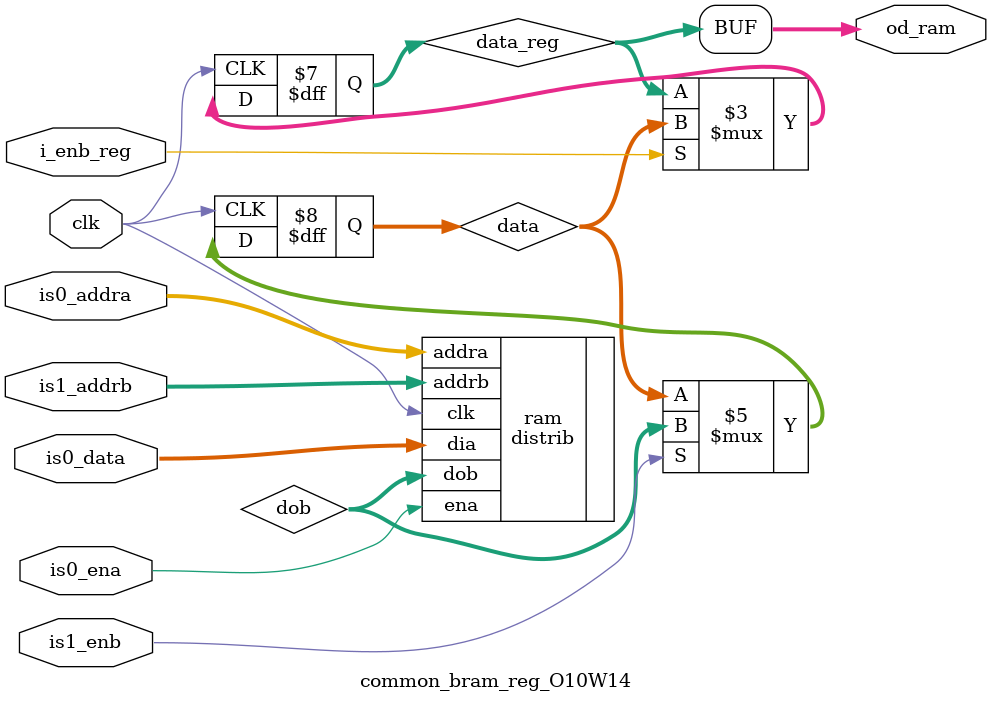
<source format=sv>
`timescale 100ps/100ps

(* keep_hierarchy = "yes" *) module common_bram_reg_O10W14 (
    input  bit clk,
    input  bit is0_ena,
    input  bit [9:0] is0_addra,
    input  bit [13:0] is0_data,
    input  bit is1_enb,
    input  bit [9:0] is1_addrb,
    input  bit i_enb_reg,
    output bit [13:0] od_ram
);


///////////////////////////////////////////////////////////
///////////////////////////////////////////////////////////
bit [13:0] data;
bit [13:0] data_reg;
bit [13:0] dob;

distrib #(
    .ORDER               (10),
    .WIDTH               (14))
ram (
    .clk                 (clk),
    .ena                 (is0_ena),
    .addra               (is0_addra),
    .dia                 (is0_data),
    .addrb               (is1_addrb),
    .dob                 (dob));


///////////////////////////////////////////////////////////
///////////////////////////////////////////////////////////
always_ff @(posedge clk)
begin
    if (is1_enb) begin
        data <= dob;
    end
end
always_ff @(posedge clk)
begin
    if (i_enb_reg) begin
        data_reg <= data;
    end
end
assign od_ram = data_reg;

endmodule
</source>
